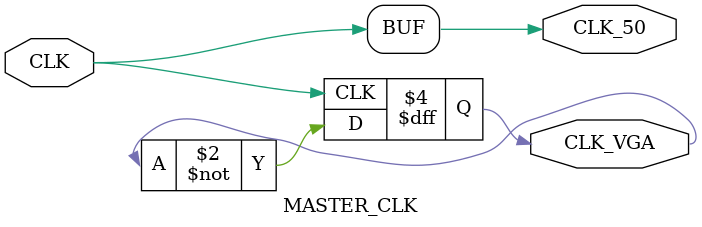
<source format=v>
/*
** Mark Tentindo
** Digital Logic II
** Professor Venkataramani
** Final Project
** 
** MASTER_CLK Module
**
** - Consolidates the various clock signals into a single module
** - Forwards 50Mhz clock for general use
** - Creates 25 MHz signal for VGA_controller
** - Creates game speed clock that sets player movement rate
*/

module MASTER_CLK (CLK, CLK_VGA, CLK_50);
input CLK;
output CLK_50;
output CLK_VGA;

reg CLK_VGA;

initial
	begin
		CLK_VGA = 0;
	end

// 50 MHz Clock
	wire CLK_50 = CLK;

// 25 MHz Clock
	always @ (posedge CLK)
		begin
			CLK_VGA = ~CLK_VGA;
		end
endmodule

</source>
